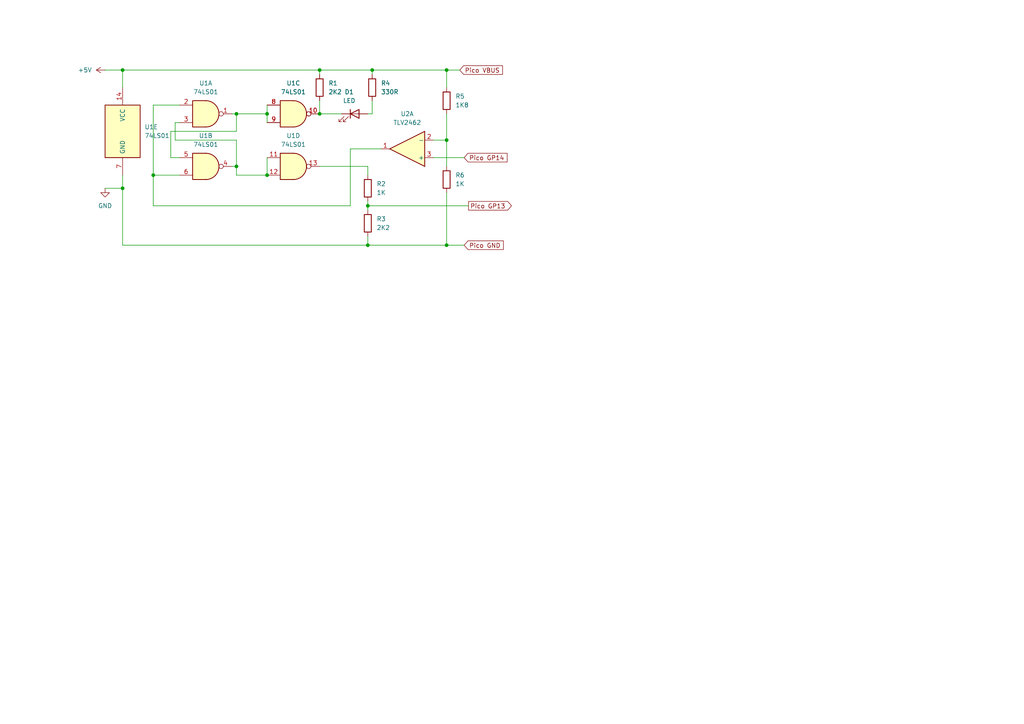
<source format=kicad_sch>
(kicad_sch (version 20230121) (generator eeschema)

  (uuid 270eaa3d-97eb-451b-825c-edb2821b3ced)

  (paper "A4")

  (lib_symbols
    (symbol "74xx:74LS01" (pin_names (offset 1.016)) (in_bom yes) (on_board yes)
      (property "Reference" "U" (at 0 1.27 0)
        (effects (font (size 1.27 1.27)))
      )
      (property "Value" "74LS01" (at 0 -1.27 0)
        (effects (font (size 1.27 1.27)))
      )
      (property "Footprint" "" (at 0 0 0)
        (effects (font (size 1.27 1.27)) hide)
      )
      (property "Datasheet" "http://www.nteinc.com/specs/7400to7499/pdf/nte74LS01.pdf" (at 0 0 0)
        (effects (font (size 1.27 1.27)) hide)
      )
      (property "ki_locked" "" (at 0 0 0)
        (effects (font (size 1.27 1.27)))
      )
      (property "ki_keywords" "TTL nand 2-input open collector" (at 0 0 0)
        (effects (font (size 1.27 1.27)) hide)
      )
      (property "ki_description" "quad 2-input NAND gate, open collector outputs NRND" (at 0 0 0)
        (effects (font (size 1.27 1.27)) hide)
      )
      (property "ki_fp_filters" "DIP*W7.62mm*" (at 0 0 0)
        (effects (font (size 1.27 1.27)) hide)
      )
      (symbol "74LS01_1_1"
        (arc (start 0 -3.81) (mid 3.7934 0) (end 0 3.81)
          (stroke (width 0.254) (type default))
          (fill (type background))
        )
        (polyline
          (pts
            (xy 0 3.81)
            (xy -3.81 3.81)
            (xy -3.81 -3.81)
            (xy 0 -3.81)
          )
          (stroke (width 0.254) (type default))
          (fill (type background))
        )
        (pin open_collector inverted (at 7.62 0 180) (length 3.81)
          (name "~" (effects (font (size 1.27 1.27))))
          (number "1" (effects (font (size 1.27 1.27))))
        )
        (pin input line (at -7.62 2.54 0) (length 3.81)
          (name "~" (effects (font (size 1.27 1.27))))
          (number "2" (effects (font (size 1.27 1.27))))
        )
        (pin input line (at -7.62 -2.54 0) (length 3.81)
          (name "~" (effects (font (size 1.27 1.27))))
          (number "3" (effects (font (size 1.27 1.27))))
        )
      )
      (symbol "74LS01_1_2"
        (arc (start -3.81 -3.81) (mid -2.589 0) (end -3.81 3.81)
          (stroke (width 0.254) (type default))
          (fill (type none))
        )
        (arc (start -0.6096 -3.81) (mid 2.1842 -2.5851) (end 3.81 0)
          (stroke (width 0.254) (type default))
          (fill (type background))
        )
        (polyline
          (pts
            (xy -3.81 -3.81)
            (xy -0.635 -3.81)
          )
          (stroke (width 0.254) (type default))
          (fill (type background))
        )
        (polyline
          (pts
            (xy -3.81 3.81)
            (xy -0.635 3.81)
          )
          (stroke (width 0.254) (type default))
          (fill (type background))
        )
        (polyline
          (pts
            (xy -0.635 3.81)
            (xy -3.81 3.81)
            (xy -3.81 3.81)
            (xy -3.556 3.4036)
            (xy -3.0226 2.2606)
            (xy -2.6924 1.0414)
            (xy -2.6162 -0.254)
            (xy -2.7686 -1.4986)
            (xy -3.175 -2.7178)
            (xy -3.81 -3.81)
            (xy -3.81 -3.81)
            (xy -0.635 -3.81)
          )
          (stroke (width -25.4) (type default))
          (fill (type background))
        )
        (arc (start 3.81 0) (mid 2.1915 2.5936) (end -0.6096 3.81)
          (stroke (width 0.254) (type default))
          (fill (type background))
        )
        (pin open_collector line (at 7.62 0 180) (length 3.81)
          (name "~" (effects (font (size 1.27 1.27))))
          (number "1" (effects (font (size 1.27 1.27))))
        )
        (pin input inverted (at -7.62 2.54 0) (length 4.318)
          (name "~" (effects (font (size 1.27 1.27))))
          (number "2" (effects (font (size 1.27 1.27))))
        )
        (pin input inverted (at -7.62 -2.54 0) (length 4.318)
          (name "~" (effects (font (size 1.27 1.27))))
          (number "3" (effects (font (size 1.27 1.27))))
        )
      )
      (symbol "74LS01_2_1"
        (arc (start 0 -3.81) (mid 3.7934 0) (end 0 3.81)
          (stroke (width 0.254) (type default))
          (fill (type background))
        )
        (polyline
          (pts
            (xy 0 3.81)
            (xy -3.81 3.81)
            (xy -3.81 -3.81)
            (xy 0 -3.81)
          )
          (stroke (width 0.254) (type default))
          (fill (type background))
        )
        (pin open_collector inverted (at 7.62 0 180) (length 3.81)
          (name "~" (effects (font (size 1.27 1.27))))
          (number "4" (effects (font (size 1.27 1.27))))
        )
        (pin input line (at -7.62 2.54 0) (length 3.81)
          (name "~" (effects (font (size 1.27 1.27))))
          (number "5" (effects (font (size 1.27 1.27))))
        )
        (pin input line (at -7.62 -2.54 0) (length 3.81)
          (name "~" (effects (font (size 1.27 1.27))))
          (number "6" (effects (font (size 1.27 1.27))))
        )
      )
      (symbol "74LS01_2_2"
        (arc (start -3.81 -3.81) (mid -2.589 0) (end -3.81 3.81)
          (stroke (width 0.254) (type default))
          (fill (type none))
        )
        (arc (start -0.6096 -3.81) (mid 2.1842 -2.5851) (end 3.81 0)
          (stroke (width 0.254) (type default))
          (fill (type background))
        )
        (polyline
          (pts
            (xy -3.81 -3.81)
            (xy -0.635 -3.81)
          )
          (stroke (width 0.254) (type default))
          (fill (type background))
        )
        (polyline
          (pts
            (xy -3.81 3.81)
            (xy -0.635 3.81)
          )
          (stroke (width 0.254) (type default))
          (fill (type background))
        )
        (polyline
          (pts
            (xy -0.635 3.81)
            (xy -3.81 3.81)
            (xy -3.81 3.81)
            (xy -3.556 3.4036)
            (xy -3.0226 2.2606)
            (xy -2.6924 1.0414)
            (xy -2.6162 -0.254)
            (xy -2.7686 -1.4986)
            (xy -3.175 -2.7178)
            (xy -3.81 -3.81)
            (xy -3.81 -3.81)
            (xy -0.635 -3.81)
          )
          (stroke (width -25.4) (type default))
          (fill (type background))
        )
        (arc (start 3.81 0) (mid 2.1915 2.5936) (end -0.6096 3.81)
          (stroke (width 0.254) (type default))
          (fill (type background))
        )
        (pin open_collector line (at 7.62 0 180) (length 3.81)
          (name "~" (effects (font (size 1.27 1.27))))
          (number "4" (effects (font (size 1.27 1.27))))
        )
        (pin input inverted (at -7.62 2.54 0) (length 4.318)
          (name "~" (effects (font (size 1.27 1.27))))
          (number "5" (effects (font (size 1.27 1.27))))
        )
        (pin input inverted (at -7.62 -2.54 0) (length 4.318)
          (name "~" (effects (font (size 1.27 1.27))))
          (number "6" (effects (font (size 1.27 1.27))))
        )
      )
      (symbol "74LS01_3_1"
        (arc (start 0 -3.81) (mid 3.7934 0) (end 0 3.81)
          (stroke (width 0.254) (type default))
          (fill (type background))
        )
        (polyline
          (pts
            (xy 0 3.81)
            (xy -3.81 3.81)
            (xy -3.81 -3.81)
            (xy 0 -3.81)
          )
          (stroke (width 0.254) (type default))
          (fill (type background))
        )
        (pin open_collector inverted (at 7.62 0 180) (length 3.81)
          (name "~" (effects (font (size 1.27 1.27))))
          (number "10" (effects (font (size 1.27 1.27))))
        )
        (pin input line (at -7.62 2.54 0) (length 3.81)
          (name "~" (effects (font (size 1.27 1.27))))
          (number "8" (effects (font (size 1.27 1.27))))
        )
        (pin input line (at -7.62 -2.54 0) (length 3.81)
          (name "~" (effects (font (size 1.27 1.27))))
          (number "9" (effects (font (size 1.27 1.27))))
        )
      )
      (symbol "74LS01_3_2"
        (arc (start -3.81 -3.81) (mid -2.589 0) (end -3.81 3.81)
          (stroke (width 0.254) (type default))
          (fill (type none))
        )
        (arc (start -0.6096 -3.81) (mid 2.1842 -2.5851) (end 3.81 0)
          (stroke (width 0.254) (type default))
          (fill (type background))
        )
        (polyline
          (pts
            (xy -3.81 -3.81)
            (xy -0.635 -3.81)
          )
          (stroke (width 0.254) (type default))
          (fill (type background))
        )
        (polyline
          (pts
            (xy -3.81 3.81)
            (xy -0.635 3.81)
          )
          (stroke (width 0.254) (type default))
          (fill (type background))
        )
        (polyline
          (pts
            (xy -0.635 3.81)
            (xy -3.81 3.81)
            (xy -3.81 3.81)
            (xy -3.556 3.4036)
            (xy -3.0226 2.2606)
            (xy -2.6924 1.0414)
            (xy -2.6162 -0.254)
            (xy -2.7686 -1.4986)
            (xy -3.175 -2.7178)
            (xy -3.81 -3.81)
            (xy -3.81 -3.81)
            (xy -0.635 -3.81)
          )
          (stroke (width -25.4) (type default))
          (fill (type background))
        )
        (arc (start 3.81 0) (mid 2.1915 2.5936) (end -0.6096 3.81)
          (stroke (width 0.254) (type default))
          (fill (type background))
        )
        (pin open_collector line (at 7.62 0 180) (length 3.81)
          (name "~" (effects (font (size 1.27 1.27))))
          (number "10" (effects (font (size 1.27 1.27))))
        )
        (pin input inverted (at -7.62 2.54 0) (length 4.318)
          (name "~" (effects (font (size 1.27 1.27))))
          (number "8" (effects (font (size 1.27 1.27))))
        )
        (pin input inverted (at -7.62 -2.54 0) (length 4.318)
          (name "~" (effects (font (size 1.27 1.27))))
          (number "9" (effects (font (size 1.27 1.27))))
        )
      )
      (symbol "74LS01_4_1"
        (arc (start 0 -3.81) (mid 3.7934 0) (end 0 3.81)
          (stroke (width 0.254) (type default))
          (fill (type background))
        )
        (polyline
          (pts
            (xy 0 3.81)
            (xy -3.81 3.81)
            (xy -3.81 -3.81)
            (xy 0 -3.81)
          )
          (stroke (width 0.254) (type default))
          (fill (type background))
        )
        (pin input line (at -7.62 2.54 0) (length 3.81)
          (name "~" (effects (font (size 1.27 1.27))))
          (number "11" (effects (font (size 1.27 1.27))))
        )
        (pin input line (at -7.62 -2.54 0) (length 3.81)
          (name "~" (effects (font (size 1.27 1.27))))
          (number "12" (effects (font (size 1.27 1.27))))
        )
        (pin open_collector inverted (at 7.62 0 180) (length 3.81)
          (name "~" (effects (font (size 1.27 1.27))))
          (number "13" (effects (font (size 1.27 1.27))))
        )
      )
      (symbol "74LS01_4_2"
        (arc (start -3.81 -3.81) (mid -2.589 0) (end -3.81 3.81)
          (stroke (width 0.254) (type default))
          (fill (type none))
        )
        (arc (start -0.6096 -3.81) (mid 2.1842 -2.5851) (end 3.81 0)
          (stroke (width 0.254) (type default))
          (fill (type background))
        )
        (polyline
          (pts
            (xy -3.81 -3.81)
            (xy -0.635 -3.81)
          )
          (stroke (width 0.254) (type default))
          (fill (type background))
        )
        (polyline
          (pts
            (xy -3.81 3.81)
            (xy -0.635 3.81)
          )
          (stroke (width 0.254) (type default))
          (fill (type background))
        )
        (polyline
          (pts
            (xy -0.635 3.81)
            (xy -3.81 3.81)
            (xy -3.81 3.81)
            (xy -3.556 3.4036)
            (xy -3.0226 2.2606)
            (xy -2.6924 1.0414)
            (xy -2.6162 -0.254)
            (xy -2.7686 -1.4986)
            (xy -3.175 -2.7178)
            (xy -3.81 -3.81)
            (xy -3.81 -3.81)
            (xy -0.635 -3.81)
          )
          (stroke (width -25.4) (type default))
          (fill (type background))
        )
        (arc (start 3.81 0) (mid 2.1915 2.5936) (end -0.6096 3.81)
          (stroke (width 0.254) (type default))
          (fill (type background))
        )
        (pin input inverted (at -7.62 2.54 0) (length 4.318)
          (name "~" (effects (font (size 1.27 1.27))))
          (number "11" (effects (font (size 1.27 1.27))))
        )
        (pin input inverted (at -7.62 -2.54 0) (length 4.318)
          (name "~" (effects (font (size 1.27 1.27))))
          (number "12" (effects (font (size 1.27 1.27))))
        )
        (pin open_collector line (at 7.62 0 180) (length 3.81)
          (name "~" (effects (font (size 1.27 1.27))))
          (number "13" (effects (font (size 1.27 1.27))))
        )
      )
      (symbol "74LS01_5_0"
        (pin power_in line (at 0 12.7 270) (length 5.08)
          (name "VCC" (effects (font (size 1.27 1.27))))
          (number "14" (effects (font (size 1.27 1.27))))
        )
        (pin power_in line (at 0 -12.7 90) (length 5.08)
          (name "GND" (effects (font (size 1.27 1.27))))
          (number "7" (effects (font (size 1.27 1.27))))
        )
      )
      (symbol "74LS01_5_1"
        (rectangle (start -5.08 7.62) (end 5.08 -7.62)
          (stroke (width 0.254) (type default))
          (fill (type background))
        )
      )
    )
    (symbol "Amplifier_Operational:TLV2372" (pin_names (offset 0.127)) (in_bom yes) (on_board yes)
      (property "Reference" "U" (at 0 5.08 0)
        (effects (font (size 1.27 1.27)) (justify left))
      )
      (property "Value" "TLV2372" (at 0 -5.08 0)
        (effects (font (size 1.27 1.27)) (justify left))
      )
      (property "Footprint" "" (at 0 0 0)
        (effects (font (size 1.27 1.27)) hide)
      )
      (property "Datasheet" "http://www.ti.com/lit/ds/symlink/tlv2375.pdf" (at 0 0 0)
        (effects (font (size 1.27 1.27)) hide)
      )
      (property "ki_locked" "" (at 0 0 0)
        (effects (font (size 1.27 1.27)))
      )
      (property "ki_keywords" "dual opamp" (at 0 0 0)
        (effects (font (size 1.27 1.27)) hide)
      )
      (property "ki_description" "Dual Rail-to-Rail Input/Output Operational Amplifier, DIP-8/SOIC-8/VSSOP-8" (at 0 0 0)
        (effects (font (size 1.27 1.27)) hide)
      )
      (property "ki_fp_filters" "SOIC*3.9x4.9mm*P1.27mm* DIP*W7.62mm* TO*99* OnSemi*Micro8* TSSOP*3x3mm*P0.65mm* TSSOP*4.4x3mm*P0.65mm* MSOP*3x3mm*P0.65mm* SSOP*3.9x4.9mm*P0.635mm* LFCSP*2x2mm*P0.5mm* *SIP* SOIC*5.3x6.2mm*P1.27mm*" (at 0 0 0)
        (effects (font (size 1.27 1.27)) hide)
      )
      (symbol "TLV2372_1_1"
        (polyline
          (pts
            (xy -5.08 5.08)
            (xy 5.08 0)
            (xy -5.08 -5.08)
            (xy -5.08 5.08)
          )
          (stroke (width 0.254) (type default))
          (fill (type background))
        )
        (pin output line (at 7.62 0 180) (length 2.54)
          (name "~" (effects (font (size 1.27 1.27))))
          (number "1" (effects (font (size 1.27 1.27))))
        )
        (pin input line (at -7.62 -2.54 0) (length 2.54)
          (name "-" (effects (font (size 1.27 1.27))))
          (number "2" (effects (font (size 1.27 1.27))))
        )
        (pin input line (at -7.62 2.54 0) (length 2.54)
          (name "+" (effects (font (size 1.27 1.27))))
          (number "3" (effects (font (size 1.27 1.27))))
        )
      )
      (symbol "TLV2372_2_1"
        (polyline
          (pts
            (xy -5.08 5.08)
            (xy 5.08 0)
            (xy -5.08 -5.08)
            (xy -5.08 5.08)
          )
          (stroke (width 0.254) (type default))
          (fill (type background))
        )
        (pin input line (at -7.62 2.54 0) (length 2.54)
          (name "+" (effects (font (size 1.27 1.27))))
          (number "5" (effects (font (size 1.27 1.27))))
        )
        (pin input line (at -7.62 -2.54 0) (length 2.54)
          (name "-" (effects (font (size 1.27 1.27))))
          (number "6" (effects (font (size 1.27 1.27))))
        )
        (pin output line (at 7.62 0 180) (length 2.54)
          (name "~" (effects (font (size 1.27 1.27))))
          (number "7" (effects (font (size 1.27 1.27))))
        )
      )
      (symbol "TLV2372_3_1"
        (pin power_in line (at -2.54 -7.62 90) (length 3.81)
          (name "V-" (effects (font (size 1.27 1.27))))
          (number "4" (effects (font (size 1.27 1.27))))
        )
        (pin power_in line (at -2.54 7.62 270) (length 3.81)
          (name "V+" (effects (font (size 1.27 1.27))))
          (number "8" (effects (font (size 1.27 1.27))))
        )
      )
    )
    (symbol "Device:LED" (pin_numbers hide) (pin_names (offset 1.016) hide) (in_bom yes) (on_board yes)
      (property "Reference" "D" (at 0 2.54 0)
        (effects (font (size 1.27 1.27)))
      )
      (property "Value" "LED" (at 0 -2.54 0)
        (effects (font (size 1.27 1.27)))
      )
      (property "Footprint" "" (at 0 0 0)
        (effects (font (size 1.27 1.27)) hide)
      )
      (property "Datasheet" "~" (at 0 0 0)
        (effects (font (size 1.27 1.27)) hide)
      )
      (property "ki_keywords" "LED diode" (at 0 0 0)
        (effects (font (size 1.27 1.27)) hide)
      )
      (property "ki_description" "Light emitting diode" (at 0 0 0)
        (effects (font (size 1.27 1.27)) hide)
      )
      (property "ki_fp_filters" "LED* LED_SMD:* LED_THT:*" (at 0 0 0)
        (effects (font (size 1.27 1.27)) hide)
      )
      (symbol "LED_0_1"
        (polyline
          (pts
            (xy -1.27 -1.27)
            (xy -1.27 1.27)
          )
          (stroke (width 0.254) (type default))
          (fill (type none))
        )
        (polyline
          (pts
            (xy -1.27 0)
            (xy 1.27 0)
          )
          (stroke (width 0) (type default))
          (fill (type none))
        )
        (polyline
          (pts
            (xy 1.27 -1.27)
            (xy 1.27 1.27)
            (xy -1.27 0)
            (xy 1.27 -1.27)
          )
          (stroke (width 0.254) (type default))
          (fill (type none))
        )
        (polyline
          (pts
            (xy -3.048 -0.762)
            (xy -4.572 -2.286)
            (xy -3.81 -2.286)
            (xy -4.572 -2.286)
            (xy -4.572 -1.524)
          )
          (stroke (width 0) (type default))
          (fill (type none))
        )
        (polyline
          (pts
            (xy -1.778 -0.762)
            (xy -3.302 -2.286)
            (xy -2.54 -2.286)
            (xy -3.302 -2.286)
            (xy -3.302 -1.524)
          )
          (stroke (width 0) (type default))
          (fill (type none))
        )
      )
      (symbol "LED_1_1"
        (pin passive line (at -3.81 0 0) (length 2.54)
          (name "K" (effects (font (size 1.27 1.27))))
          (number "1" (effects (font (size 1.27 1.27))))
        )
        (pin passive line (at 3.81 0 180) (length 2.54)
          (name "A" (effects (font (size 1.27 1.27))))
          (number "2" (effects (font (size 1.27 1.27))))
        )
      )
    )
    (symbol "Device:R" (pin_numbers hide) (pin_names (offset 0)) (in_bom yes) (on_board yes)
      (property "Reference" "R" (at 2.032 0 90)
        (effects (font (size 1.27 1.27)))
      )
      (property "Value" "R" (at 0 0 90)
        (effects (font (size 1.27 1.27)))
      )
      (property "Footprint" "" (at -1.778 0 90)
        (effects (font (size 1.27 1.27)) hide)
      )
      (property "Datasheet" "~" (at 0 0 0)
        (effects (font (size 1.27 1.27)) hide)
      )
      (property "ki_keywords" "R res resistor" (at 0 0 0)
        (effects (font (size 1.27 1.27)) hide)
      )
      (property "ki_description" "Resistor" (at 0 0 0)
        (effects (font (size 1.27 1.27)) hide)
      )
      (property "ki_fp_filters" "R_*" (at 0 0 0)
        (effects (font (size 1.27 1.27)) hide)
      )
      (symbol "R_0_1"
        (rectangle (start -1.016 -2.54) (end 1.016 2.54)
          (stroke (width 0.254) (type default))
          (fill (type none))
        )
      )
      (symbol "R_1_1"
        (pin passive line (at 0 3.81 270) (length 1.27)
          (name "~" (effects (font (size 1.27 1.27))))
          (number "1" (effects (font (size 1.27 1.27))))
        )
        (pin passive line (at 0 -3.81 90) (length 1.27)
          (name "~" (effects (font (size 1.27 1.27))))
          (number "2" (effects (font (size 1.27 1.27))))
        )
      )
    )
    (symbol "power:+5V" (power) (pin_names (offset 0)) (in_bom yes) (on_board yes)
      (property "Reference" "#PWR" (at 0 -3.81 0)
        (effects (font (size 1.27 1.27)) hide)
      )
      (property "Value" "+5V" (at 0 3.556 0)
        (effects (font (size 1.27 1.27)))
      )
      (property "Footprint" "" (at 0 0 0)
        (effects (font (size 1.27 1.27)) hide)
      )
      (property "Datasheet" "" (at 0 0 0)
        (effects (font (size 1.27 1.27)) hide)
      )
      (property "ki_keywords" "global power" (at 0 0 0)
        (effects (font (size 1.27 1.27)) hide)
      )
      (property "ki_description" "Power symbol creates a global label with name \"+5V\"" (at 0 0 0)
        (effects (font (size 1.27 1.27)) hide)
      )
      (symbol "+5V_0_1"
        (polyline
          (pts
            (xy -0.762 1.27)
            (xy 0 2.54)
          )
          (stroke (width 0) (type default))
          (fill (type none))
        )
        (polyline
          (pts
            (xy 0 0)
            (xy 0 2.54)
          )
          (stroke (width 0) (type default))
          (fill (type none))
        )
        (polyline
          (pts
            (xy 0 2.54)
            (xy 0.762 1.27)
          )
          (stroke (width 0) (type default))
          (fill (type none))
        )
      )
      (symbol "+5V_1_1"
        (pin power_in line (at 0 0 90) (length 0) hide
          (name "+5V" (effects (font (size 1.27 1.27))))
          (number "1" (effects (font (size 1.27 1.27))))
        )
      )
    )
    (symbol "power:GND" (power) (pin_names (offset 0)) (in_bom yes) (on_board yes)
      (property "Reference" "#PWR" (at 0 -6.35 0)
        (effects (font (size 1.27 1.27)) hide)
      )
      (property "Value" "GND" (at 0 -3.81 0)
        (effects (font (size 1.27 1.27)))
      )
      (property "Footprint" "" (at 0 0 0)
        (effects (font (size 1.27 1.27)) hide)
      )
      (property "Datasheet" "" (at 0 0 0)
        (effects (font (size 1.27 1.27)) hide)
      )
      (property "ki_keywords" "global power" (at 0 0 0)
        (effects (font (size 1.27 1.27)) hide)
      )
      (property "ki_description" "Power symbol creates a global label with name \"GND\" , ground" (at 0 0 0)
        (effects (font (size 1.27 1.27)) hide)
      )
      (symbol "GND_0_1"
        (polyline
          (pts
            (xy 0 0)
            (xy 0 -1.27)
            (xy 1.27 -1.27)
            (xy 0 -2.54)
            (xy -1.27 -1.27)
            (xy 0 -1.27)
          )
          (stroke (width 0) (type default))
          (fill (type none))
        )
      )
      (symbol "GND_1_1"
        (pin power_in line (at 0 0 270) (length 0) hide
          (name "GND" (effects (font (size 1.27 1.27))))
          (number "1" (effects (font (size 1.27 1.27))))
        )
      )
    )
  )

  (junction (at 129.54 71.12) (diameter 0) (color 0 0 0 0)
    (uuid 0abc4062-4224-4c63-b925-e58af0466728)
  )
  (junction (at 35.56 20.32) (diameter 0) (color 0 0 0 0)
    (uuid 0cf4c090-7152-4a44-8838-b9afed6b7b43)
  )
  (junction (at 106.68 59.69) (diameter 0) (color 0 0 0 0)
    (uuid 2419611c-ce70-4484-b07c-48e55e6129e2)
  )
  (junction (at 68.58 48.26) (diameter 0) (color 0 0 0 0)
    (uuid 2d6cb2a2-7957-4bde-a107-13fc85ac46d8)
  )
  (junction (at 77.47 50.8) (diameter 0) (color 0 0 0 0)
    (uuid 47e4b5d2-ee1c-464a-b332-64ac6df25821)
  )
  (junction (at 129.54 40.64) (diameter 0) (color 0 0 0 0)
    (uuid 69e8ce0f-f27b-4282-b902-6dade27fade0)
  )
  (junction (at 106.68 71.12) (diameter 0) (color 0 0 0 0)
    (uuid 6a875f11-d58f-4e15-8a7f-ff8acec61c98)
  )
  (junction (at 68.58 33.02) (diameter 0) (color 0 0 0 0)
    (uuid 6ef0a6c6-6af0-4bd9-a460-1aeed1add29b)
  )
  (junction (at 77.47 33.02) (diameter 0) (color 0 0 0 0)
    (uuid 9c988977-1fe6-46fe-bfe7-852692b4f205)
  )
  (junction (at 92.71 33.02) (diameter 0) (color 0 0 0 0)
    (uuid a67976e9-2b0f-43e9-b4f2-77b37656df1b)
  )
  (junction (at 129.54 20.32) (diameter 0) (color 0 0 0 0)
    (uuid a7c1ff81-2206-4157-9c94-8211aef97a0e)
  )
  (junction (at 44.45 50.8) (diameter 0) (color 0 0 0 0)
    (uuid ae4c8957-0013-4a6f-8913-fc11b9fb8343)
  )
  (junction (at 107.95 20.32) (diameter 0) (color 0 0 0 0)
    (uuid e3c304f5-a832-4616-a611-b4966da2775d)
  )
  (junction (at 35.56 54.61) (diameter 0) (color 0 0 0 0)
    (uuid f31fd499-8812-45d4-bbe7-4d60b4203793)
  )
  (junction (at 92.71 20.32) (diameter 0) (color 0 0 0 0)
    (uuid f4f1f339-700b-40cb-9762-53de0bd8eca7)
  )

  (wire (pts (xy 44.45 50.8) (xy 52.07 50.8))
    (stroke (width 0) (type default))
    (uuid 01e62ede-a61e-478a-aba1-eee91a486d9a)
  )
  (wire (pts (xy 101.6 43.18) (xy 101.6 59.69))
    (stroke (width 0) (type default))
    (uuid 028e2feb-4fae-4b04-b1d2-33ac2477f6f8)
  )
  (wire (pts (xy 68.58 33.02) (xy 77.47 33.02))
    (stroke (width 0) (type default))
    (uuid 030c1b08-6606-4285-9abc-0446c2bcad83)
  )
  (wire (pts (xy 52.07 30.48) (xy 44.45 30.48))
    (stroke (width 0) (type default))
    (uuid 085375ff-1e61-4c4a-8cec-08d519978b79)
  )
  (wire (pts (xy 110.49 43.18) (xy 101.6 43.18))
    (stroke (width 0) (type default))
    (uuid 0905d4b4-06b0-4c26-8c35-1c1f0c84f060)
  )
  (wire (pts (xy 92.71 20.32) (xy 92.71 21.59))
    (stroke (width 0) (type default))
    (uuid 0ff86509-8d2a-4313-b9a1-b386db9b8103)
  )
  (wire (pts (xy 68.58 38.1) (xy 49.53 38.1))
    (stroke (width 0) (type default))
    (uuid 1013442c-3923-4f14-9c33-0a49088ee234)
  )
  (wire (pts (xy 106.68 58.42) (xy 106.68 59.69))
    (stroke (width 0) (type default))
    (uuid 174e2bfe-e271-42af-b30e-6aee61131d93)
  )
  (wire (pts (xy 35.56 20.32) (xy 35.56 25.4))
    (stroke (width 0) (type default))
    (uuid 19c27f0b-4d17-4978-b96e-444c29b25a0c)
  )
  (wire (pts (xy 106.68 59.69) (xy 135.89 59.69))
    (stroke (width 0) (type default))
    (uuid 1ac76cab-4533-4391-b351-9263e4c45b59)
  )
  (wire (pts (xy 68.58 50.8) (xy 68.58 48.26))
    (stroke (width 0) (type default))
    (uuid 1b87819a-8720-4e8a-860f-5b00466fdd88)
  )
  (wire (pts (xy 35.56 71.12) (xy 35.56 54.61))
    (stroke (width 0) (type default))
    (uuid 1d7e652a-0ede-4665-9933-b5d61d026f5b)
  )
  (wire (pts (xy 107.95 29.21) (xy 107.95 33.02))
    (stroke (width 0) (type default))
    (uuid 200f367e-80d5-43c5-afdc-2ae835e72e64)
  )
  (wire (pts (xy 129.54 40.64) (xy 129.54 48.26))
    (stroke (width 0) (type default))
    (uuid 25058457-bfe0-440c-9d64-38e9d6c178ab)
  )
  (wire (pts (xy 68.58 50.8) (xy 77.47 50.8))
    (stroke (width 0) (type default))
    (uuid 254904b8-44e8-49cc-acca-8a83ea8c17a1)
  )
  (wire (pts (xy 67.31 33.02) (xy 68.58 33.02))
    (stroke (width 0) (type default))
    (uuid 29114537-e98c-45b4-b271-ae819d439cb0)
  )
  (wire (pts (xy 129.54 71.12) (xy 134.62 71.12))
    (stroke (width 0) (type default))
    (uuid 389a4bc8-1da8-423e-bbd9-035df3e06eab)
  )
  (wire (pts (xy 92.71 33.02) (xy 99.06 33.02))
    (stroke (width 0) (type default))
    (uuid 47ef06c5-7804-45b0-a8c3-ba70351b1f4c)
  )
  (wire (pts (xy 44.45 59.69) (xy 44.45 50.8))
    (stroke (width 0) (type default))
    (uuid 4c85f197-f5e4-4f17-a516-df39846c3481)
  )
  (wire (pts (xy 92.71 48.26) (xy 106.68 48.26))
    (stroke (width 0) (type default))
    (uuid 55f8e6c6-47ea-4a10-9ca2-357ee1e58d0c)
  )
  (wire (pts (xy 30.48 20.32) (xy 35.56 20.32))
    (stroke (width 0) (type default))
    (uuid 65b20ac8-6aa4-42a5-a7f6-3ef98cac3e50)
  )
  (wire (pts (xy 92.71 20.32) (xy 107.95 20.32))
    (stroke (width 0) (type default))
    (uuid 78580cfd-b3e1-4827-947a-6ee75350318f)
  )
  (wire (pts (xy 106.68 59.69) (xy 106.68 60.96))
    (stroke (width 0) (type default))
    (uuid 790663e9-3903-494e-9cbf-2d709eda5dd2)
  )
  (wire (pts (xy 49.53 45.72) (xy 52.07 45.72))
    (stroke (width 0) (type default))
    (uuid 7b3615fc-e1a9-4260-83a1-860da450463c)
  )
  (wire (pts (xy 129.54 55.88) (xy 129.54 71.12))
    (stroke (width 0) (type default))
    (uuid 88cd1a51-b636-4488-b208-58105c99a41c)
  )
  (wire (pts (xy 77.47 30.48) (xy 77.47 33.02))
    (stroke (width 0) (type default))
    (uuid 8b66a84c-6e4c-48ad-af81-bf6a78e505d0)
  )
  (wire (pts (xy 77.47 33.02) (xy 77.47 35.56))
    (stroke (width 0) (type default))
    (uuid 8c7738ac-aabb-474e-946f-c006609930cf)
  )
  (wire (pts (xy 106.68 33.02) (xy 107.95 33.02))
    (stroke (width 0) (type default))
    (uuid 8f7f7303-dafe-45f2-98f8-756304133f01)
  )
  (wire (pts (xy 35.56 50.8) (xy 35.56 54.61))
    (stroke (width 0) (type default))
    (uuid 9da506a1-721e-4169-a8a1-05b7e1fa7940)
  )
  (wire (pts (xy 125.73 40.64) (xy 129.54 40.64))
    (stroke (width 0) (type default))
    (uuid a6137e2a-bfd4-474d-8be8-71ae938fd5b6)
  )
  (wire (pts (xy 77.47 45.72) (xy 77.47 50.8))
    (stroke (width 0) (type default))
    (uuid a8d41e58-4160-4dd0-9d37-1d78f81ba559)
  )
  (wire (pts (xy 107.95 20.32) (xy 129.54 20.32))
    (stroke (width 0) (type default))
    (uuid ac65f99a-e87c-45d0-9a0e-411a46d2cbdf)
  )
  (wire (pts (xy 129.54 20.32) (xy 133.35 20.32))
    (stroke (width 0) (type default))
    (uuid b7f5bbfe-4f29-4ecf-ac61-21bdde28a6d7)
  )
  (wire (pts (xy 68.58 33.02) (xy 68.58 38.1))
    (stroke (width 0) (type default))
    (uuid b8a011f3-d199-46dd-979f-2d81a8547d0c)
  )
  (wire (pts (xy 67.31 48.26) (xy 68.58 48.26))
    (stroke (width 0) (type default))
    (uuid bb955f25-600e-48a9-8ba5-ed8af6d4bb2e)
  )
  (wire (pts (xy 49.53 38.1) (xy 49.53 45.72))
    (stroke (width 0) (type default))
    (uuid c588f590-f509-408d-a97c-7a5658b891aa)
  )
  (wire (pts (xy 50.8 35.56) (xy 52.07 35.56))
    (stroke (width 0) (type default))
    (uuid c62ddf18-00fa-4a48-ae4f-63806e937997)
  )
  (wire (pts (xy 101.6 59.69) (xy 44.45 59.69))
    (stroke (width 0) (type default))
    (uuid c9fa45e2-2a15-429f-b8f7-c7635f7c748b)
  )
  (wire (pts (xy 106.68 71.12) (xy 129.54 71.12))
    (stroke (width 0) (type default))
    (uuid cf3b7ae7-95b7-451b-8dbd-63e7a32562e2)
  )
  (wire (pts (xy 92.71 29.21) (xy 92.71 33.02))
    (stroke (width 0) (type default))
    (uuid d4fa99d4-5366-4b37-a8d3-ec40606f38c2)
  )
  (wire (pts (xy 68.58 40.64) (xy 50.8 40.64))
    (stroke (width 0) (type default))
    (uuid d673fcd4-273c-435e-b542-508624752851)
  )
  (wire (pts (xy 129.54 20.32) (xy 129.54 25.4))
    (stroke (width 0) (type default))
    (uuid d91c71e9-9fe8-4faa-8ce4-0a2a13a7d6d2)
  )
  (wire (pts (xy 106.68 68.58) (xy 106.68 71.12))
    (stroke (width 0) (type default))
    (uuid dc46ef1c-5eaa-4d03-bd81-b74e11e516d4)
  )
  (wire (pts (xy 106.68 48.26) (xy 106.68 50.8))
    (stroke (width 0) (type default))
    (uuid df47b9ec-cef4-4c9e-af18-707b1ea56887)
  )
  (wire (pts (xy 35.56 71.12) (xy 106.68 71.12))
    (stroke (width 0) (type default))
    (uuid dfcb1f16-aa3d-4369-a11e-fabdf9ff642b)
  )
  (wire (pts (xy 30.48 54.61) (xy 35.56 54.61))
    (stroke (width 0) (type default))
    (uuid e1d8eda2-b810-454f-873c-012ddabeeb0b)
  )
  (wire (pts (xy 129.54 33.02) (xy 129.54 40.64))
    (stroke (width 0) (type default))
    (uuid e69052c4-004a-44e6-9e09-7cdcf999d04e)
  )
  (wire (pts (xy 44.45 30.48) (xy 44.45 50.8))
    (stroke (width 0) (type default))
    (uuid eb23a37e-a9f9-4e44-9a27-899d1955ffc6)
  )
  (wire (pts (xy 125.73 45.72) (xy 134.62 45.72))
    (stroke (width 0) (type default))
    (uuid ef440617-1420-4a2a-bf4a-5ed5d0b69540)
  )
  (wire (pts (xy 35.56 20.32) (xy 92.71 20.32))
    (stroke (width 0) (type default))
    (uuid ef5b602e-f507-4b3c-958c-739fd2d0dc4e)
  )
  (wire (pts (xy 68.58 48.26) (xy 68.58 40.64))
    (stroke (width 0) (type default))
    (uuid f71be773-c591-42cc-aa08-73df22c220eb)
  )
  (wire (pts (xy 107.95 20.32) (xy 107.95 21.59))
    (stroke (width 0) (type default))
    (uuid f83d5ee6-e426-4a48-b6a1-2cf79c008662)
  )
  (wire (pts (xy 50.8 40.64) (xy 50.8 35.56))
    (stroke (width 0) (type default))
    (uuid fcce40e6-50d1-44c1-90d3-b51ca6679881)
  )

  (global_label "Pico VBUS" (shape input) (at 133.35 20.32 0) (fields_autoplaced)
    (effects (font (size 1.27 1.27)) (justify left))
    (uuid 2d9517a2-6c55-4391-bdf1-074127dbcc14)
    (property "Intersheetrefs" "${INTERSHEET_REFS}" (at 146.3138 20.32 0)
      (effects (font (size 1.27 1.27)) (justify left) hide)
    )
  )
  (global_label "Pico GP13" (shape output) (at 135.89 59.69 0) (fields_autoplaced)
    (effects (font (size 1.27 1.27)) (justify left))
    (uuid 5e3b5a30-c445-47ec-a83a-29e0053bec19)
    (property "Intersheetrefs" "${INTERSHEET_REFS}" (at 148.9142 59.69 0)
      (effects (font (size 1.27 1.27)) (justify left) hide)
    )
  )
  (global_label "Pico GP14" (shape input) (at 134.62 45.72 0) (fields_autoplaced)
    (effects (font (size 1.27 1.27)) (justify left))
    (uuid 5f0dc166-aaed-4dbf-91c1-bd987eb9adb8)
    (property "Intersheetrefs" "${INTERSHEET_REFS}" (at 147.6442 45.72 0)
      (effects (font (size 1.27 1.27)) (justify left) hide)
    )
  )
  (global_label "Pico GND" (shape input) (at 134.62 71.12 0) (fields_autoplaced)
    (effects (font (size 1.27 1.27)) (justify left))
    (uuid f74e653c-71c4-4bd1-b2f2-38f8c86f821d)
    (property "Intersheetrefs" "${INTERSHEET_REFS}" (at 146.5557 71.12 0)
      (effects (font (size 1.27 1.27)) (justify left) hide)
    )
  )

  (symbol (lib_id "Device:R") (at 92.71 25.4 0) (unit 1)
    (in_bom yes) (on_board yes) (dnp no)
    (uuid 03ce810b-4936-4f09-8b09-aae2a574ddac)
    (property "Reference" "R1" (at 95.25 24.13 0)
      (effects (font (size 1.27 1.27)) (justify left))
    )
    (property "Value" "2K2" (at 95.25 26.67 0)
      (effects (font (size 1.27 1.27)) (justify left))
    )
    (property "Footprint" "" (at 90.932 25.4 90)
      (effects (font (size 1.27 1.27)) hide)
    )
    (property "Datasheet" "~" (at 92.71 25.4 0)
      (effects (font (size 1.27 1.27)) hide)
    )
    (pin "1" (uuid f74609fa-a8a0-4f25-8c48-1a8ec44d727b))
    (pin "2" (uuid 0bd648c3-69cc-4bd7-9dba-bdcf8c06823d))
    (instances
      (project "SRFlipFlopPico"
        (path "/270eaa3d-97eb-451b-825c-edb2821b3ced"
          (reference "R1") (unit 1)
        )
      )
    )
  )

  (symbol (lib_id "Device:R") (at 129.54 52.07 0) (unit 1)
    (in_bom yes) (on_board yes) (dnp no) (fields_autoplaced)
    (uuid 19560691-df10-482a-8b8d-3ee275521eeb)
    (property "Reference" "R6" (at 132.08 50.8 0)
      (effects (font (size 1.27 1.27)) (justify left))
    )
    (property "Value" "1K" (at 132.08 53.34 0)
      (effects (font (size 1.27 1.27)) (justify left))
    )
    (property "Footprint" "" (at 127.762 52.07 90)
      (effects (font (size 1.27 1.27)) hide)
    )
    (property "Datasheet" "~" (at 129.54 52.07 0)
      (effects (font (size 1.27 1.27)) hide)
    )
    (pin "1" (uuid 0b8ff340-3407-481d-a782-88cad80f397e))
    (pin "2" (uuid 334088c7-0776-434f-abfb-5f6fbcef8177))
    (instances
      (project "SRFlipFlopPico"
        (path "/270eaa3d-97eb-451b-825c-edb2821b3ced"
          (reference "R6") (unit 1)
        )
      )
    )
  )

  (symbol (lib_id "74xx:74LS01") (at 35.56 38.1 0) (unit 5)
    (in_bom yes) (on_board yes) (dnp no) (fields_autoplaced)
    (uuid 380c68c0-093f-44bd-bf60-2aadcdc623d2)
    (property "Reference" "U1" (at 41.91 36.83 0)
      (effects (font (size 1.27 1.27)) (justify left))
    )
    (property "Value" "74LS01" (at 41.91 39.37 0)
      (effects (font (size 1.27 1.27)) (justify left))
    )
    (property "Footprint" "" (at 35.56 38.1 0)
      (effects (font (size 1.27 1.27)) hide)
    )
    (property "Datasheet" "http://www.nteinc.com/specs/7400to7499/pdf/nte74LS01.pdf" (at 35.56 38.1 0)
      (effects (font (size 1.27 1.27)) hide)
    )
    (pin "1" (uuid 9c14449e-4609-4847-85b5-d8c507e305c1))
    (pin "2" (uuid 3280756d-545b-4c26-88c8-1b5406443914))
    (pin "3" (uuid dc9d385c-426d-4224-92bb-5eaa38d29da6))
    (pin "4" (uuid 1ccd0c0f-2b0b-4dff-8cbd-46c834573e44))
    (pin "5" (uuid ebaa605e-d24f-41ce-91bd-aedcc5ba6507))
    (pin "6" (uuid f470ba47-2a98-49d6-8da7-6c99f457271b))
    (pin "10" (uuid b6df13bf-613a-4653-bfcf-5a080e27691c))
    (pin "8" (uuid 24a8cdf6-1c69-4fb8-ad1f-e822f09e0235))
    (pin "9" (uuid 1f6e6162-17c5-461e-bbd1-cf58cc71cdb0))
    (pin "11" (uuid bf18d573-9916-41b1-bb5e-296179575409))
    (pin "12" (uuid aa6fe7b2-2136-4a6b-b712-0dead3fb4c13))
    (pin "13" (uuid 80e1211c-f683-444e-80d4-609653542e47))
    (pin "14" (uuid ea1b59ba-859a-455a-aae0-cd9804200afa))
    (pin "7" (uuid b5ae7e2a-1d9e-4e3b-bad1-19d3f673e5c6))
    (instances
      (project "SRFlipFlopPico"
        (path "/270eaa3d-97eb-451b-825c-edb2821b3ced"
          (reference "U1") (unit 5)
        )
      )
    )
  )

  (symbol (lib_id "Device:R") (at 129.54 29.21 0) (unit 1)
    (in_bom yes) (on_board yes) (dnp no) (fields_autoplaced)
    (uuid 4d015265-f68f-4f9e-a1d7-b3cc47abf250)
    (property "Reference" "R5" (at 132.08 27.94 0)
      (effects (font (size 1.27 1.27)) (justify left))
    )
    (property "Value" "1K8" (at 132.08 30.48 0)
      (effects (font (size 1.27 1.27)) (justify left))
    )
    (property "Footprint" "" (at 127.762 29.21 90)
      (effects (font (size 1.27 1.27)) hide)
    )
    (property "Datasheet" "~" (at 129.54 29.21 0)
      (effects (font (size 1.27 1.27)) hide)
    )
    (pin "1" (uuid 3018b898-1dac-4351-8baa-0d3109bc4a22))
    (pin "2" (uuid 3cf6b504-5c66-47dd-a447-dc02c5b32382))
    (instances
      (project "SRFlipFlopPico"
        (path "/270eaa3d-97eb-451b-825c-edb2821b3ced"
          (reference "R5") (unit 1)
        )
      )
    )
  )

  (symbol (lib_id "Device:R") (at 106.68 54.61 0) (unit 1)
    (in_bom yes) (on_board yes) (dnp no) (fields_autoplaced)
    (uuid 51124def-696f-46e6-9f92-19341b9d8df0)
    (property "Reference" "R2" (at 109.22 53.34 0)
      (effects (font (size 1.27 1.27)) (justify left))
    )
    (property "Value" "1K" (at 109.22 55.88 0)
      (effects (font (size 1.27 1.27)) (justify left))
    )
    (property "Footprint" "" (at 104.902 54.61 90)
      (effects (font (size 1.27 1.27)) hide)
    )
    (property "Datasheet" "~" (at 106.68 54.61 0)
      (effects (font (size 1.27 1.27)) hide)
    )
    (pin "1" (uuid cc709614-e253-4a83-873e-0b7ca0be1cf5))
    (pin "2" (uuid e8ac40a3-bf8a-4f73-b45a-630978fc777c))
    (instances
      (project "SRFlipFlopPico"
        (path "/270eaa3d-97eb-451b-825c-edb2821b3ced"
          (reference "R2") (unit 1)
        )
      )
    )
  )

  (symbol (lib_id "Amplifier_Operational:TLV2372") (at 118.11 43.18 180) (unit 1)
    (in_bom yes) (on_board yes) (dnp no) (fields_autoplaced)
    (uuid 54920c54-b2a6-46c1-82a7-16001625505d)
    (property "Reference" "U2" (at 118.11 33.02 0)
      (effects (font (size 1.27 1.27)))
    )
    (property "Value" "TLV2462" (at 118.11 35.56 0)
      (effects (font (size 1.27 1.27)))
    )
    (property "Footprint" "" (at 118.11 43.18 0)
      (effects (font (size 1.27 1.27)) hide)
    )
    (property "Datasheet" "http://www.ti.com/lit/ds/symlink/tlv2375.pdf" (at 118.11 43.18 0)
      (effects (font (size 1.27 1.27)) hide)
    )
    (pin "1" (uuid 15f220cb-755c-4f25-b0cd-41f47dbc3a3c))
    (pin "2" (uuid f9c583f5-5af8-426f-be88-7d02db766006))
    (pin "3" (uuid f08e841a-2d99-4674-98c8-c12b0aff0bb5))
    (pin "5" (uuid 087d79d2-2a7f-467c-8294-8a781a6af545))
    (pin "6" (uuid 2aec0b37-5d62-4ce4-9740-5d7a75124548))
    (pin "7" (uuid ee132dd0-0eae-47ce-b256-f5dd5abfda09))
    (pin "4" (uuid 30e4323e-ebbf-4f1a-9700-cb929b83a45c))
    (pin "8" (uuid c9f3a3e4-ad7f-484d-87af-f8a07cfdc3b9))
    (instances
      (project "SRFlipFlopPico"
        (path "/270eaa3d-97eb-451b-825c-edb2821b3ced"
          (reference "U2") (unit 1)
        )
      )
    )
  )

  (symbol (lib_id "74xx:74LS01") (at 59.69 48.26 0) (unit 2)
    (in_bom yes) (on_board yes) (dnp no) (fields_autoplaced)
    (uuid 67a38789-956f-47c5-969c-ecce4e7b8a94)
    (property "Reference" "U1" (at 59.6817 39.37 0)
      (effects (font (size 1.27 1.27)))
    )
    (property "Value" "74LS01" (at 59.6817 41.91 0)
      (effects (font (size 1.27 1.27)))
    )
    (property "Footprint" "" (at 59.69 48.26 0)
      (effects (font (size 1.27 1.27)) hide)
    )
    (property "Datasheet" "http://www.nteinc.com/specs/7400to7499/pdf/nte74LS01.pdf" (at 59.69 48.26 0)
      (effects (font (size 1.27 1.27)) hide)
    )
    (pin "1" (uuid 87e9d090-dbbb-4b0c-bd89-53f5df33b245))
    (pin "2" (uuid 6279113f-34ef-46bb-9c48-f8757afd0e89))
    (pin "3" (uuid 992518ec-cf43-4e90-878f-bfccbfaa85f0))
    (pin "4" (uuid 9ce5f26b-fe97-45f9-a685-8c104bafb9d9))
    (pin "5" (uuid a746dd7e-5756-48e2-be67-63189b986af7))
    (pin "6" (uuid d5dfb936-b5af-4334-b13f-d625362966bf))
    (pin "10" (uuid 7d056fd5-3049-4c04-8c05-74bcfe8e3859))
    (pin "8" (uuid e2c1f76c-07fc-480c-8d71-634034d68392))
    (pin "9" (uuid 7785ce37-3d36-47cf-8b9d-175d1453a2b5))
    (pin "11" (uuid 0530717a-b1fb-4a45-a43e-6cc7a638922c))
    (pin "12" (uuid ceb1c85a-6da1-4cab-bade-6848f7b68f9a))
    (pin "13" (uuid 32a0bcd8-763e-4359-b6da-d65a9368e4d0))
    (pin "14" (uuid 2073a9f7-7605-48e7-9bae-f49afcf85fcc))
    (pin "7" (uuid c5b1e63a-454f-4acc-8877-39e608a95fc0))
    (instances
      (project "SRFlipFlopPico"
        (path "/270eaa3d-97eb-451b-825c-edb2821b3ced"
          (reference "U1") (unit 2)
        )
      )
    )
  )

  (symbol (lib_id "74xx:74LS01") (at 85.09 48.26 0) (unit 4)
    (in_bom yes) (on_board yes) (dnp no) (fields_autoplaced)
    (uuid 696d9469-42d1-466d-9aab-e5de81146177)
    (property "Reference" "U1" (at 85.0817 39.37 0)
      (effects (font (size 1.27 1.27)))
    )
    (property "Value" "74LS01" (at 85.0817 41.91 0)
      (effects (font (size 1.27 1.27)))
    )
    (property "Footprint" "" (at 85.09 48.26 0)
      (effects (font (size 1.27 1.27)) hide)
    )
    (property "Datasheet" "http://www.nteinc.com/specs/7400to7499/pdf/nte74LS01.pdf" (at 85.09 48.26 0)
      (effects (font (size 1.27 1.27)) hide)
    )
    (pin "1" (uuid 28285c89-8abe-42f6-9d7d-6edbde1e9b16))
    (pin "2" (uuid 0a9bda83-38d0-47f3-903e-3a08c1061859))
    (pin "3" (uuid bb04be57-4442-469e-966e-4a4acd925bf7))
    (pin "4" (uuid a065cef4-a967-4ff1-8543-8ba364dbcba9))
    (pin "5" (uuid b2e50de7-135c-4f5d-b33b-d61ea54d8f0b))
    (pin "6" (uuid e437d666-a5fb-4b9b-b9d6-d45fb2a24e8f))
    (pin "10" (uuid a8533fd3-c03d-4939-b0c8-edb3316f7a7f))
    (pin "8" (uuid 27b6475c-66bb-40e9-b68e-579a9841979a))
    (pin "9" (uuid 192cd7b7-c3fe-4ffd-93c1-c776e65e66ca))
    (pin "11" (uuid 08b90acc-fd91-47ce-a4c6-7d775fff3219))
    (pin "12" (uuid 65beef1f-e91f-41b7-9077-cbd0adc12e4c))
    (pin "13" (uuid e89e302c-02ce-4d72-b8ac-8c3b8a7d9136))
    (pin "14" (uuid 89451a71-c1c0-4042-8e92-8026cce6fd2c))
    (pin "7" (uuid 097ca9cc-58ce-4e0b-b3af-9938d7c7905f))
    (instances
      (project "SRFlipFlopPico"
        (path "/270eaa3d-97eb-451b-825c-edb2821b3ced"
          (reference "U1") (unit 4)
        )
      )
    )
  )

  (symbol (lib_id "power:+5V") (at 30.48 20.32 90) (unit 1)
    (in_bom yes) (on_board yes) (dnp no) (fields_autoplaced)
    (uuid 95379803-b0cc-49e1-af12-304e5414cb66)
    (property "Reference" "#PWR01" (at 34.29 20.32 0)
      (effects (font (size 1.27 1.27)) hide)
    )
    (property "Value" "+5V" (at 26.67 20.32 90)
      (effects (font (size 1.27 1.27)) (justify left))
    )
    (property "Footprint" "" (at 30.48 20.32 0)
      (effects (font (size 1.27 1.27)) hide)
    )
    (property "Datasheet" "" (at 30.48 20.32 0)
      (effects (font (size 1.27 1.27)) hide)
    )
    (pin "1" (uuid e5d95bc2-8bf0-4b74-b9cc-62c130e6a91f))
    (instances
      (project "SRFlipFlopPico"
        (path "/270eaa3d-97eb-451b-825c-edb2821b3ced"
          (reference "#PWR01") (unit 1)
        )
      )
    )
  )

  (symbol (lib_id "74xx:74LS01") (at 59.69 33.02 0) (unit 1)
    (in_bom yes) (on_board yes) (dnp no) (fields_autoplaced)
    (uuid 9a089555-7573-40e5-becf-e74a95945d8a)
    (property "Reference" "U1" (at 59.6817 24.13 0)
      (effects (font (size 1.27 1.27)))
    )
    (property "Value" "74LS01" (at 59.6817 26.67 0)
      (effects (font (size 1.27 1.27)))
    )
    (property "Footprint" "" (at 59.69 33.02 0)
      (effects (font (size 1.27 1.27)) hide)
    )
    (property "Datasheet" "http://www.nteinc.com/specs/7400to7499/pdf/nte74LS01.pdf" (at 59.69 33.02 0)
      (effects (font (size 1.27 1.27)) hide)
    )
    (pin "1" (uuid 3bf0b2ef-7444-4663-b23e-92a73770c8ae))
    (pin "2" (uuid b19aad4e-5d67-44fe-84e6-6d325bd29ab8))
    (pin "3" (uuid ff6cfa72-8b0e-47a2-a75e-e47fe41f8bcc))
    (pin "4" (uuid f756927e-da04-498b-a55a-2ae9a2a0db71))
    (pin "5" (uuid de98a1c8-0585-4899-8b26-e656d12a0f2c))
    (pin "6" (uuid cfd01ab9-7a9f-44ce-b3aa-e1b975e1de4b))
    (pin "10" (uuid 75fe2a37-6cca-4bcb-840f-372b6242177d))
    (pin "8" (uuid 3b9a923c-c0fb-4bcf-8290-d612012e7f34))
    (pin "9" (uuid ea149d85-2d65-4e35-83a7-6eb9e3728f7d))
    (pin "11" (uuid 23ba8693-8d0d-4a36-b61d-debe56e1a86b))
    (pin "12" (uuid 1ba30ebb-30dd-4fce-acb4-b374a06ad9d1))
    (pin "13" (uuid 8aec1b0f-20fb-4cf7-9724-9145fb2f71e9))
    (pin "14" (uuid 0f3352ac-da18-49fb-a013-2e10d9075097))
    (pin "7" (uuid fd353b2d-10bf-42e4-829f-28d24660210b))
    (instances
      (project "SRFlipFlopPico"
        (path "/270eaa3d-97eb-451b-825c-edb2821b3ced"
          (reference "U1") (unit 1)
        )
      )
    )
  )

  (symbol (lib_id "Device:R") (at 106.68 64.77 0) (unit 1)
    (in_bom yes) (on_board yes) (dnp no) (fields_autoplaced)
    (uuid ac0e8a7b-9281-4848-a193-180ee30e7c52)
    (property "Reference" "R3" (at 109.22 63.5 0)
      (effects (font (size 1.27 1.27)) (justify left))
    )
    (property "Value" "2K2" (at 109.22 66.04 0)
      (effects (font (size 1.27 1.27)) (justify left))
    )
    (property "Footprint" "" (at 104.902 64.77 90)
      (effects (font (size 1.27 1.27)) hide)
    )
    (property "Datasheet" "~" (at 106.68 64.77 0)
      (effects (font (size 1.27 1.27)) hide)
    )
    (pin "1" (uuid aa7caf7b-2634-4885-a376-2a6691930003))
    (pin "2" (uuid 7f065fb9-a0ae-4a91-97aa-2320b363a9f3))
    (instances
      (project "SRFlipFlopPico"
        (path "/270eaa3d-97eb-451b-825c-edb2821b3ced"
          (reference "R3") (unit 1)
        )
      )
    )
  )

  (symbol (lib_id "Device:LED") (at 102.87 33.02 0) (unit 1)
    (in_bom yes) (on_board yes) (dnp no) (fields_autoplaced)
    (uuid ccb252fe-f3a6-4a06-a34f-b722c314b96f)
    (property "Reference" "D1" (at 101.2825 26.67 0)
      (effects (font (size 1.27 1.27)))
    )
    (property "Value" "LED" (at 101.2825 29.21 0)
      (effects (font (size 1.27 1.27)))
    )
    (property "Footprint" "" (at 102.87 33.02 0)
      (effects (font (size 1.27 1.27)) hide)
    )
    (property "Datasheet" "~" (at 102.87 33.02 0)
      (effects (font (size 1.27 1.27)) hide)
    )
    (pin "1" (uuid 6de5cd82-efc2-43e1-a5c4-2ebb339a3924))
    (pin "2" (uuid 22c867a1-a7bd-40ec-826c-d057568bed92))
    (instances
      (project "SRFlipFlopPico"
        (path "/270eaa3d-97eb-451b-825c-edb2821b3ced"
          (reference "D1") (unit 1)
        )
      )
    )
  )

  (symbol (lib_id "power:GND") (at 30.48 54.61 0) (unit 1)
    (in_bom yes) (on_board yes) (dnp no) (fields_autoplaced)
    (uuid db659be6-a4ba-4ebc-8279-fe6948ea5def)
    (property "Reference" "#PWR02" (at 30.48 60.96 0)
      (effects (font (size 1.27 1.27)) hide)
    )
    (property "Value" "GND" (at 30.48 59.69 0)
      (effects (font (size 1.27 1.27)))
    )
    (property "Footprint" "" (at 30.48 54.61 0)
      (effects (font (size 1.27 1.27)) hide)
    )
    (property "Datasheet" "" (at 30.48 54.61 0)
      (effects (font (size 1.27 1.27)) hide)
    )
    (pin "1" (uuid d0b4d053-1171-4575-b22b-b258de1ef6f3))
    (instances
      (project "SRFlipFlopPico"
        (path "/270eaa3d-97eb-451b-825c-edb2821b3ced"
          (reference "#PWR02") (unit 1)
        )
      )
    )
  )

  (symbol (lib_id "Device:R") (at 107.95 25.4 0) (unit 1)
    (in_bom yes) (on_board yes) (dnp no) (fields_autoplaced)
    (uuid f5eafa51-b137-4e31-b6b2-669ab2f02a35)
    (property "Reference" "R4" (at 110.49 24.13 0)
      (effects (font (size 1.27 1.27)) (justify left))
    )
    (property "Value" "330R" (at 110.49 26.67 0)
      (effects (font (size 1.27 1.27)) (justify left))
    )
    (property "Footprint" "" (at 106.172 25.4 90)
      (effects (font (size 1.27 1.27)) hide)
    )
    (property "Datasheet" "~" (at 107.95 25.4 0)
      (effects (font (size 1.27 1.27)) hide)
    )
    (pin "1" (uuid 85d6edaf-c11f-4139-b1be-4ced60d03ca5))
    (pin "2" (uuid e52e48be-9ae1-4124-8fa2-b0cfa1eaeee6))
    (instances
      (project "SRFlipFlopPico"
        (path "/270eaa3d-97eb-451b-825c-edb2821b3ced"
          (reference "R4") (unit 1)
        )
      )
    )
  )

  (symbol (lib_id "74xx:74LS01") (at 85.09 33.02 0) (unit 3)
    (in_bom yes) (on_board yes) (dnp no) (fields_autoplaced)
    (uuid f7c8f15a-8442-4599-9d41-4a15cbff0d60)
    (property "Reference" "U1" (at 85.0817 24.13 0)
      (effects (font (size 1.27 1.27)))
    )
    (property "Value" "74LS01" (at 85.0817 26.67 0)
      (effects (font (size 1.27 1.27)))
    )
    (property "Footprint" "" (at 85.09 33.02 0)
      (effects (font (size 1.27 1.27)) hide)
    )
    (property "Datasheet" "http://www.nteinc.com/specs/7400to7499/pdf/nte74LS01.pdf" (at 85.09 33.02 0)
      (effects (font (size 1.27 1.27)) hide)
    )
    (pin "1" (uuid 9feca42a-96db-42af-a44c-395b00426d00))
    (pin "2" (uuid d2b178c0-c429-4ada-8d68-afb6e7faf3f1))
    (pin "3" (uuid fcee9019-b3cd-42e8-88da-f0738061664b))
    (pin "4" (uuid 5761a0a6-5910-457c-9e4a-b13e04af94ca))
    (pin "5" (uuid 3002f57e-1ced-4e68-a685-75024acf77ef))
    (pin "6" (uuid b2d1fcc9-17f8-41fe-a243-cf38d6c1e81f))
    (pin "10" (uuid 5483a2e9-6f59-4a04-a8e4-c4d06abe0825))
    (pin "8" (uuid a53335f4-3741-40e5-9df1-b13dccb60bdf))
    (pin "9" (uuid 15cdf927-96ed-4374-afc4-5b78c2fc23de))
    (pin "11" (uuid 0ebd7a24-4a7c-4fb0-8955-4e6b6eb1f509))
    (pin "12" (uuid f0799a02-16fa-4ae4-bce8-8c271b557520))
    (pin "13" (uuid 04ec3d1d-a258-4ba1-bbdf-d505e5e22738))
    (pin "14" (uuid a9e5862a-85d7-4b41-8e74-0479de461a17))
    (pin "7" (uuid 14d3045d-c04c-405a-ae38-d46027f056b5))
    (instances
      (project "SRFlipFlopPico"
        (path "/270eaa3d-97eb-451b-825c-edb2821b3ced"
          (reference "U1") (unit 3)
        )
      )
    )
  )

  (sheet_instances
    (path "/" (page "1"))
  )
)

</source>
